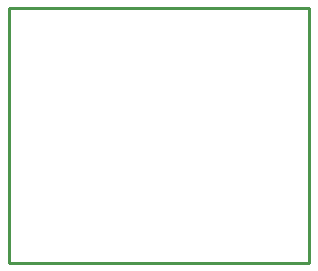
<source format=gko>
G04 Layer_Color=16777215*
%FSLAX25Y25*%
%MOIN*%
G70*
G01*
G75*
%ADD10C,0.01000*%
D10*
X97500Y187500D02*
X197500D01*
Y102500D02*
Y187500D01*
X97500Y102500D02*
X197500D01*
X97500D02*
Y187500D01*
M02*

</source>
